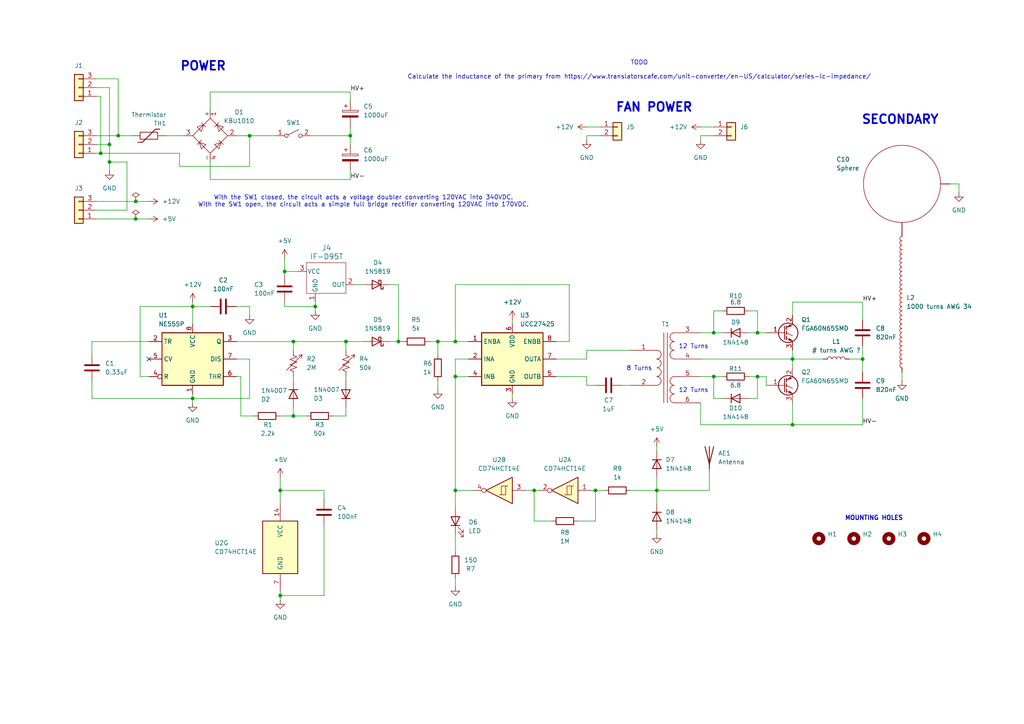
<source format=kicad_sch>
(kicad_sch (version 20231120) (generator "eeschema") (generator_version "8.0")
  (paper "A4")
  (title_block (title "Solid State Tesla Coil") (date "2024-06-13") (rev "0.1") (company "Newell Jensen"))
  (lib_symbols
    (symbol "74xx:74HC14" (pin_names (offset 1.016))
      (property "Reference" "U" (at 0 1.27 0))
      (property "Value" "74HC14" (at 0 -1.27 0))
      (symbol "74HC14_1_0"
        (pin input line (at -7.62 0 0) (length 3.81) (name "~") (number "1"))
        (pin output inverted (at 7.62 0 180) (length 3.81) (name "~") (number "2"))
      )
      (symbol "74HC14_2_0"
        (pin input line (at -7.62 0 0) (length 3.81) (name "~") (number "3"))
        (pin output inverted (at 7.62 0 180) (length 3.81) (name "~") (number "4"))
      )
      (symbol "74HC14_3_0"
        (pin input line (at -7.62 0 0) (length 3.81) (name "~") (number "5"))
        (pin output inverted (at 7.62 0 180) (length 3.81) (name "~") (number "6"))
      )
      (symbol "74HC14_4_0"
        (pin output inverted (at 7.62 0 180) (length 3.81) (name "~") (number "8"))
        (pin input line (at -7.62 0 0) (length 3.81) (name "~") (number "9"))
      )
      (symbol "74HC14_5_0"
        (pin output inverted (at 7.62 0 180) (length 3.81) (name "~") (number "10"))
        (pin input line (at -7.62 0 0) (length 3.81) (name "~") (number "11"))
      )
      (symbol "74HC14_6_0"
        (pin output inverted (at 7.62 0 180) (length 3.81) (name "~") (number "12"))
        (pin input line (at -7.62 0 0) (length 3.81) (name "~") (number "13"))
      )
      (symbol "74HC14_7_0"
        (pin power_in line (at 0 12.7 270) (length 5.08) (name "VCC") (number "14"))
        (pin power_in line (at 0 -12.7 90) (length 5.08) (name "GND") (number "7"))
      )
    )
    (symbol "C_1" (pin_numbers hide) (pin_names (offset 0.254))
      (property "Reference" "C10" (at 3.81 1.2701 0))
      (property "Value" "Sphere" (at 3.81 -1.2699 0))
      (symbol "C_1_1_1"
        (pin passive line (at 13.97 0 180) (length 2.794) (name "~") (number "1"))
        (pin passive line (at 0 -13.97 90) (length 2.794) (name "~") (number "2"))
      )
    )
    (symbol "Connector_Generic:Conn_01x02" (pin_names (offset 1.016) hide)
      (property "Reference" "J" (at 0 2.54 0))
      (property "Value" "Conn_01x02" (at 0 -5.08 0))
      (symbol "Conn_01x02_1_1"
        (pin passive line (at -5.08 0 0) (length 3.81) (name "Pin_1") (number "1"))
        (pin passive line (at -5.08 -2.54 0) (length 3.81) (name "Pin_2") (number "2"))
      )
    )
    (symbol "Connector_Generic:Conn_01x03" (pin_names (offset 1.016) hide)
      (property "Reference" "J" (at 0 5.08 0))
      (property "Value" "Conn_01x03" (at 0 -5.08 0))
      (symbol "Conn_01x03_1_1"
        (pin passive line (at -5.08 2.54 0) (length 3.81) (name "Pin_1") (number "1"))
        (pin passive line (at -5.08 0 0) (length 3.81) (name "Pin_2") (number "2"))
        (pin passive line (at -5.08 -2.54 0) (length 3.81) (name "Pin_3") (number "3"))
      )
    )
    (symbol "Device:Antenna" (pin_numbers hide) (pin_names (offset 1.016) hide)
      (property "Reference" "AE" (at -1.905 1.905 0))
      (property "Value" "Antenna" (at -1.905 0 0))
      (symbol "Antenna_1_1"
        (pin input line (at 0 -5.08 90) (length 2.54) (name "A") (number "1"))
      )
    )
    (symbol "Device:C" (pin_numbers hide) (pin_names (offset 0.254))
      (property "Reference" "C" (at 0.635 2.54 0))
      (property "Value" "C" (at 0.635 -2.54 0))
      (symbol "C_1_1"
        (pin passive line (at 0 3.81 270) (length 2.794) (name "~") (number "1"))
        (pin passive line (at 0 -3.81 90) (length 2.794) (name "~") (number "2"))
      )
    )
    (symbol "Device:C_Polarized" (pin_numbers hide) (pin_names (offset 0.254))
      (property "Reference" "C" (at 0.635 2.54 0))
      (property "Value" "C_Polarized" (at 0.635 -2.54 0))
      (symbol "C_Polarized_1_1"
        (pin passive line (at 0 3.81 270) (length 2.794) (name "~") (number "1"))
        (pin passive line (at 0 -3.81 90) (length 2.794) (name "~") (number "2"))
      )
    )
    (symbol "Device:L" (pin_numbers hide) (pin_names (offset 1.016) hide)
      (property "Reference" "L1" (at -1.27 -1.2701 0))
      (property "Value" "L" (at -1.27 1.2699 0))
      (symbol "L_1_1"
        (pin passive line (at 0 36.83 270) (length 1.27) (name "1") (number "1"))
        (pin passive line (at 0 -3.81 90) (length 1.27) (name "2") (number "2"))
      )
    )
    (symbol "Device:LED" (pin_numbers hide) (pin_names (offset 1.016) hide)
      (property "Reference" "D" (at 0 2.54 0))
      (property "Value" "LED" (at 0 -2.54 0))
      (symbol "LED_1_1"
        (pin passive line (at -3.81 0 0) (length 2.54) (name "K") (number "1"))
        (pin passive line (at 3.81 0 180) (length 2.54) (name "A") (number "2"))
      )
    )
    (symbol "Device:Q_NIGBT_GCE" (pin_names (offset 0) hide)
      (property "Reference" "Q" (at 5.08 1.27 0))
      (property "Value" "Q_NIGBT_GCE" (at 5.08 -1.27 0))
      (symbol "Q_NIGBT_GCE_1_1"
        (pin input line (at -5.08 0 0) (length 5.334) (name "G") (number "1"))
        (pin passive line (at 2.54 5.08 270) (length 2.54) (name "C") (number "2"))
        (pin passive line (at 2.54 -5.08 90) (length 2.54) (name "E") (number "3"))
      )
    )
    (symbol "Device:R" (pin_numbers hide) (pin_names (offset 0))
      (property "Reference" "R" (at 2.032 0 90))
      (property "Value" "R" (at 0 0 90))
      (symbol "R_1_1"
        (pin passive line (at 0 3.81 270) (length 1.27) (name "~") (number "1"))
        (pin passive line (at 0 -3.81 90) (length 1.27) (name "~") (number "2"))
      )
    )
    (symbol "Device:R_Variable_US" (pin_numbers hide) (pin_names (offset 0))
      (property "Reference" "R" (at 2.54 -2.54 90))
      (property "Value" "R_Variable_US" (at -2.54 -1.27 90))
      (symbol "R_Variable_US_1_1"
        (pin passive line (at 0 3.81 270) (length 1.27) (name "~") (number "1"))
        (pin passive line (at 0 -3.81 90) (length 1.27) (name "~") (number "2"))
      )
    )
    (symbol "Device:Thermistor" (pin_numbers hide) (pin_names (offset 0))
      (property "Reference" "TH" (at 2.54 1.27 90))
      (property "Value" "Thermistor" (at -2.54 0 90))
      (symbol "Thermistor_1_1"
        (pin passive line (at 0 5.08 270) (length 2.54) (name "~") (number "1"))
        (pin passive line (at 0 -5.08 90) (length 2.54) (name "~") (number "2"))
      )
    )
    (symbol "Device:Transformer_1P_2S" (pin_names (offset 1.016) hide)
      (property "Reference" "T" (at 0 12.7 0))
      (property "Value" "Transformer_1P_2S" (at 0 -12.7 0))
      (symbol "Transformer_1P_2S_1_1"
        (pin passive line (at -10.16 5.08 0) (length 7.62) (name "AA") (number "1"))
        (pin passive line (at -10.16 -5.08 0) (length 7.62) (name "AB") (number "2"))
        (pin passive line (at 10.16 10.16 180) (length 7.62) (name "SA") (number "3"))
        (pin passive line (at 10.16 2.54 180) (length 7.62) (name "SB") (number "4"))
        (pin passive line (at 10.16 -2.54 180) (length 7.62) (name "SC") (number "5"))
        (pin passive line (at 10.16 -10.16 180) (length 7.62) (name "SD") (number "6"))
      )
    )
    (symbol "Diode:1N4007" (pin_numbers hide) (pin_names hide)
      (property "Reference" "D" (at 0 2.54 0))
      (property "Value" "1N4007" (at 0 -2.54 0))
      (symbol "1N4007_1_1"
        (pin passive line (at -3.81 0 0) (length 2.54) (name "K") (number "1"))
        (pin passive line (at 3.81 0 180) (length 2.54) (name "A") (number "2"))
      )
    )
    (symbol "Diode:1N4148" (pin_numbers hide) (pin_names hide)
      (property "Reference" "D" (at 0 2.54 0))
      (property "Value" "1N4148" (at 0 -2.54 0))
      (symbol "1N4148_1_1"
        (pin passive line (at -3.81 0 0) (length 2.54) (name "K") (number "1"))
        (pin passive line (at 3.81 0 180) (length 2.54) (name "A") (number "2"))
      )
    )
    (symbol "Diode:1N5819" (pin_numbers hide) (pin_names (offset 1.016) hide)
      (property "Reference" "D" (at 0 2.54 0))
      (property "Value" "1N5819" (at 0 -2.54 0))
      (symbol "1N5819_1_1"
        (pin passive line (at -3.81 0 0) (length 2.54) (name "K") (number "1"))
        (pin passive line (at 3.81 0 180) (length 2.54) (name "A") (number "2"))
      )
    )
    (symbol "Diode_Bridge:KBU8M" (pin_names (offset 0))
      (property "Reference" "D" (at 2.54 6.985 0))
      (property "Value" "KBU8M" (at 2.54 5.08 0))
      (symbol "KBU8M_1_1"
        (pin passive line (at 7.62 0 180) (length 2.54) (name "+") (number "1"))
        (pin passive line (at 0 -7.62 90) (length 2.54) (name "~") (number "2"))
        (pin passive line (at 0 7.62 270) (length 2.54) (name "~") (number "3"))
        (pin passive line (at -7.62 0 0) (length 2.54) (name "-") (number "4"))
      )
    )
    (symbol "IF-D95T:IF-D95T" (pin_names (offset 0.254))
      (property "Reference" "J1" (at 22.352 9.398 0))
      (property "Value" "IF-D95T" (at 22.352 6.858 0))
      (symbol "IF-D95T_0_1"
        (pin power_out line (at 19.05 -6.35 90) (length 2.54) (name "GND") (number "1"))
        (pin output line (at 30.48 -1.27 180) (length 2.54) (name "OUT") (number "2"))
        (pin power_in line (at 13.97 2.54 0) (length 2.54) (name "VCC") (number "3"))
      )
    )
    (symbol "L_1" (pin_numbers hide) (pin_names (offset 1.016) hide)
      (property "Reference" "L" (at -1.27 0 90))
      (property "Value" "L" (at 1.905 0 90))
      (symbol "L_1_1_1"
        (pin passive line (at 0 3.81 270) (length 1.27) (name "1") (number "1"))
        (pin passive line (at 0 -3.81 90) (length 1.27) (name "2") (number "2"))
      )
    )
    (symbol "Mechanical:MountingHole" (pin_names (offset 1.016)) (exclude_from_sim yes) (in_bom no)
      (property "Reference" "H" (at 0 5.08 0))
      (property "Value" "MountingHole" (at 0 3.175 0))
    )
    (symbol "NE555P_1"
      (property "Reference" "U2" (at 2.1941 12.7 0))
      (property "Value" "UCC27425" (at 2.1941 10.16 0))
      (symbol "NE555P_1_1_0"
        (pin power_in line (at 0 -10.16 90) (length 2.54) (name "GND") (number "3"))
        (pin power_in line (at 0 10.16 270) (length 2.54) (name "VDD") (number "6"))
      )
      (symbol "NE555P_1_1_1"
        (pin input line (at -12.7 5.08 0) (length 3.81) (name "ENBA") (number "1"))
        (pin input line (at -12.7 0 0) (length 3.81) (name "INA") (number "2"))
        (pin input line (at -12.7 -5.08 0) (length 3.81) (name "INB") (number "4"))
        (pin input line (at 12.7 -5.08 180) (length 3.81) (name "OUTB") (number "5"))
        (pin input line (at 12.7 0 180) (length 3.81) (name "OUTA") (number "7"))
        (pin output line (at 12.7 5.08 180) (length 3.81) (name "ENBB") (number "8"))
      )
    )
    (symbol "Switch:SW_SPST" (pin_names (offset 0) hide)
      (property "Reference" "SW" (at 0 3.175 0))
      (property "Value" "SW_SPST" (at 0 -2.54 0))
      (symbol "SW_SPST_1_1"
        (pin passive line (at -5.08 0 0) (length 2.54) (name "A") (number "1"))
        (pin passive line (at 5.08 0 180) (length 2.54) (name "B") (number "2"))
      )
    )
    (symbol "Timer:NE555P"
      (property "Reference" "U" (at -10.16 8.89 0))
      (property "Value" "NE555P" (at 2.54 8.89 0))
      (symbol "NE555P_0_0"
        (pin power_in line (at 0 -10.16 90) (length 2.54) (name "GND") (number "1"))
        (pin power_in line (at 0 10.16 270) (length 2.54) (name "VCC") (number "8"))
      )
      (symbol "NE555P_1_1"
        (pin input line (at -12.7 5.08 0) (length 3.81) (name "TR") (number "2"))
        (pin output line (at 12.7 5.08 180) (length 3.81) (name "Q") (number "3"))
        (pin input inverted (at -12.7 -5.08 0) (length 3.81) (name "R") (number "4"))
        (pin input line (at -12.7 0 0) (length 3.81) (name "CV") (number "5"))
        (pin input line (at 12.7 -5.08 180) (length 3.81) (name "THR") (number "6"))
        (pin input line (at 12.7 0 180) (length 3.81) (name "DIS") (number "7"))
      )
    )
    (symbol "power:+12V" (power) (pin_numbers hide) (pin_names (offset 0) hide)
      (property "Value" "+12V" (at 0 3.556 0))
      (symbol "+12V_1_1"
        (pin power_in line (at 0 0 90) (length 0) (name "~") (number "1"))
      )
    )
    (symbol "power:+5V" (power) (pin_numbers hide) (pin_names (offset 0) hide)
      (property "Value" "+5V" (at 0 3.556 0))
      (symbol "+5V_1_1"
        (pin power_in line (at 0 0 90) (length 0) (name "~") (number "1"))
      )
    )
    (symbol "power:GND" (power) (pin_numbers hide) (pin_names (offset 0) hide)
      (property "Value" "GND" (at 0 -3.81 0))
      (symbol "GND_1_1"
        (pin power_in line (at 0 0 270) (length 0) (name "~") (number "1"))
      )
    )
    (symbol "power:PWR_FLAG" (power) (pin_numbers hide) (pin_names (offset 0) hide)
      (property "Value" "PWR_FLAG" (at 0 3.81 0))
      (symbol "PWR_FLAG_0_0"
        (pin power_out line (at 0 0 90) (length 0) (name "~") (number "1"))
      )
    )
  )
  (junction (at 34.29 39.37))
  (junction (at 219.71 96.52))
  (junction (at 219.71 109.22))
  (junction (at 29.21 44.45))
  (junction (at 39.37 58.42))
  (junction (at 229.87 104.14))
  (junction (at 207.01 96.52))
  (junction (at 91.44 88.9))
  (junction (at 85.09 120.65))
  (junction (at 85.09 99.06))
  (junction (at 115.57 99.06))
  (junction (at 31.75 41.91))
  (junction (at 132.08 99.06))
  (junction (at 172.72 142.24))
  (junction (at 81.28 142.24))
  (junction (at 81.28 172.72))
  (junction (at 101.6 39.37))
  (junction (at 72.39 39.37))
  (junction (at 82.55 78.74))
  (junction (at 31.75 46.99))
  (junction (at 132.08 142.24))
  (junction (at 55.88 115.57))
  (junction (at 190.5 142.24))
  (junction (at 132.08 109.22))
  (junction (at 127 99.06))
  (junction (at 100.33 99.06))
  (junction (at 39.37 63.5))
  (junction (at 229.87 123.19))
  (junction (at 250.19 104.14))
  (junction (at 207.01 109.22))
  (junction (at 55.88 88.9))
  (junction (at 154.94 142.24))
  (no_connect (at 43.18 104.14))
  (wire (pts (xy 229.87 87.63) (xy 229.87 91.44)))
  (wire (pts (xy 40.64 88.9) (xy 55.88 88.9)))
  (wire (pts (xy 39.37 63.5) (xy 43.18 63.5)))
  (wire (pts (xy 219.71 109.22) (xy 219.71 115.57)))
  (wire (pts (xy 26.67 115.57) (xy 55.88 115.57)))
  (wire (pts (xy 101.6 36.83) (xy 101.6 39.37)))
  (wire (pts (xy 68.58 99.06) (xy 85.09 99.06)))
  (wire (pts (xy 72.39 115.57) (xy 55.88 115.57)))
  (wire (pts (xy 203.2 116.84) (xy 203.2 123.19)))
  (wire (pts (xy 203.2 36.83) (xy 207.01 36.83)))
  (wire (pts (xy 127 102.87) (xy 127 99.06)))
  (wire (pts (xy 148.59 114.3) (xy 148.59 115.57)))
  (wire (pts (xy 55.88 87.63) (xy 55.88 88.9)))
  (wire (pts (xy 217.17 96.52) (xy 219.71 96.52)))
  (wire (pts (xy 222.25 109.22) (xy 219.71 109.22)))
  (wire (pts (xy 161.29 99.06) (xy 165.1 99.06)))
  (wire (pts (xy 52.07 48.26) (xy 72.39 48.26)))
  (wire (pts (xy 81.28 138.43) (xy 81.28 142.24)))
  (wire (pts (xy 113.03 82.55) (xy 115.57 82.55)))
  (wire (pts (xy 229.87 104.14) (xy 229.87 106.68)))
  (wire (pts (xy 85.09 120.65) (xy 88.9 120.65)))
  (wire (pts (xy 172.72 142.24) (xy 175.26 142.24)))
  (wire (pts (xy 93.98 142.24) (xy 81.28 142.24)))
  (wire (pts (xy 55.88 115.57) (xy 55.88 116.84)))
  (wire (pts (xy 82.55 74.93) (xy 82.55 78.74)))
  (wire (pts (xy 275.59 53.34) (xy 278.13 53.34)))
  (wire (pts (xy 91.44 88.9) (xy 91.44 90.17)))
  (wire (pts (xy 127 110.49) (xy 127 113.03)))
  (wire (pts (xy 100.33 101.6) (xy 100.33 99.06)))
  (wire (pts (xy 261.62 107.95) (xy 261.62 110.49)))
  (wire (pts (xy 93.98 144.78) (xy 93.98 142.24)))
  (wire (pts (xy 190.5 138.43) (xy 190.5 142.24)))
  (wire (pts (xy 229.87 101.6) (xy 229.87 104.14)))
  (wire (pts (xy 219.71 90.17) (xy 219.71 96.52)))
  (wire (pts (xy 209.55 90.17) (xy 207.01 90.17)))
  (wire (pts (xy 85.09 109.22) (xy 85.09 110.49)))
  (wire (pts (xy 85.09 99.06) (xy 85.09 101.6)))
  (wire (pts (xy 132.08 154.94) (xy 132.08 160.02)))
  (wire (pts (xy 27.94 25.4) (xy 31.75 25.4)))
  (wire (pts (xy 205.74 137.16) (xy 205.74 142.24)))
  (wire (pts (xy 26.67 99.06) (xy 26.67 102.87)))
  (wire (pts (xy 29.21 27.94) (xy 29.21 44.45)))
  (wire (pts (xy 152.4 142.24) (xy 154.94 142.24)))
  (wire (pts (xy 190.5 153.67) (xy 190.5 154.94)))
  (wire (pts (xy 27.94 22.86) (xy 34.29 22.86)))
  (wire (pts (xy 85.09 118.11) (xy 85.09 120.65)))
  (wire (pts (xy 100.33 99.06) (xy 85.09 99.06)))
  (wire (pts (xy 132.08 109.22) (xy 132.08 142.24)))
  (wire (pts (xy 182.88 142.24) (xy 190.5 142.24)))
  (wire (pts (xy 29.21 44.45) (xy 52.07 44.45)))
  (wire (pts (xy 27.94 41.91) (xy 31.75 41.91)))
  (wire (pts (xy 93.98 152.4) (xy 93.98 172.72)))
  (wire (pts (xy 170.18 36.83) (xy 173.99 36.83)))
  (wire (pts (xy 113.03 99.06) (xy 115.57 99.06)))
  (wire (pts (xy 27.94 58.42) (xy 39.37 58.42)))
  (wire (pts (xy 250.19 100.33) (xy 250.19 104.14)))
  (wire (pts (xy 203.2 39.37) (xy 207.01 39.37)))
  (wire (pts (xy 100.33 118.11) (xy 100.33 120.65)))
  (wire (pts (xy 246.38 104.14) (xy 250.19 104.14)))
  (wire (pts (xy 217.17 109.22) (xy 219.71 109.22)))
  (wire (pts (xy 55.88 114.3) (xy 55.88 115.57)))
  (wire (pts (xy 82.55 78.74) (xy 86.36 78.74)))
  (wire (pts (xy 209.55 109.22) (xy 207.01 109.22)))
  (wire (pts (xy 278.13 53.34) (xy 278.13 55.88)))
  (wire (pts (xy 31.75 41.91) (xy 31.75 46.99)))
  (wire (pts (xy 203.2 40.64) (xy 203.2 39.37)))
  (wire (pts (xy 115.57 82.55) (xy 115.57 99.06)))
  (wire (pts (xy 93.98 172.72) (xy 81.28 172.72)))
  (wire (pts (xy 81.28 173.99) (xy 81.28 172.72)))
  (wire (pts (xy 207.01 90.17) (xy 207.01 96.52)))
  (wire (pts (xy 72.39 88.9) (xy 72.39 91.44)))
  (wire (pts (xy 154.94 151.13) (xy 154.94 142.24)))
  (wire (pts (xy 160.02 151.13) (xy 154.94 151.13)))
  (wire (pts (xy 132.08 82.55) (xy 132.08 99.06)))
  (wire (pts (xy 165.1 82.55) (xy 132.08 82.55)))
  (wire (pts (xy 229.87 116.84) (xy 229.87 123.19)))
  (wire (pts (xy 27.94 60.96) (xy 36.83 60.96)))
  (wire (pts (xy 203.2 104.14) (xy 229.87 104.14)))
  (wire (pts (xy 68.58 39.37) (xy 72.39 39.37)))
  (wire (pts (xy 34.29 22.86) (xy 34.29 39.37)))
  (wire (pts (xy 124.46 99.06) (xy 127 99.06)))
  (wire (pts (xy 81.28 142.24) (xy 81.28 146.05)))
  (wire (pts (xy 60.96 52.07) (xy 60.96 46.99)))
  (wire (pts (xy 190.5 129.54) (xy 190.5 130.81)))
  (wire (pts (xy 207.01 96.52) (xy 209.55 96.52)))
  (wire (pts (xy 180.34 111.76) (xy 182.88 111.76)))
  (wire (pts (xy 101.6 39.37) (xy 90.17 39.37)))
  (wire (pts (xy 81.28 120.65) (xy 85.09 120.65)))
  (wire (pts (xy 48.26 39.37) (xy 53.34 39.37)))
  (wire (pts (xy 132.08 99.06) (xy 135.89 99.06)))
  (wire (pts (xy 100.33 109.22) (xy 100.33 110.49)))
  (wire (pts (xy 135.89 104.14) (xy 132.08 104.14)))
  (wire (pts (xy 102.87 82.55) (xy 105.41 82.55)))
  (wire (pts (xy 27.94 39.37) (xy 34.29 39.37)))
  (wire (pts (xy 40.64 109.22) (xy 40.64 88.9)))
  (wire (pts (xy 203.2 109.22) (xy 207.01 109.22)))
  (wire (pts (xy 115.57 99.06) (xy 116.84 99.06)))
  (wire (pts (xy 250.19 104.14) (xy 250.19 107.95)))
  (wire (pts (xy 250.19 123.19) (xy 229.87 123.19)))
  (wire (pts (xy 60.96 26.67) (xy 60.96 31.75)))
  (wire (pts (xy 69.85 120.65) (xy 73.66 120.65)))
  (wire (pts (xy 43.18 109.22) (xy 40.64 109.22)))
  (wire (pts (xy 207.01 109.22) (xy 207.01 115.57)))
  (wire (pts (xy 82.55 87.63) (xy 82.55 88.9)))
  (wire (pts (xy 217.17 115.57) (xy 219.71 115.57)))
  (wire (pts (xy 170.18 111.76) (xy 170.18 109.22)))
  (wire (pts (xy 101.6 26.67) (xy 60.96 26.67)))
  (wire (pts (xy 207.01 115.57) (xy 209.55 115.57)))
  (wire (pts (xy 132.08 167.64) (xy 132.08 170.18)))
  (wire (pts (xy 132.08 104.14) (xy 132.08 109.22)))
  (wire (pts (xy 219.71 96.52) (xy 222.25 96.52)))
  (wire (pts (xy 171.45 142.24) (xy 172.72 142.24)))
  (wire (pts (xy 132.08 142.24) (xy 132.08 147.32)))
  (wire (pts (xy 148.59 92.71) (xy 148.59 93.98)))
  (wire (pts (xy 100.33 99.06) (xy 105.41 99.06)))
  (wire (pts (xy 91.44 87.63) (xy 91.44 88.9)))
  (wire (pts (xy 81.28 171.45) (xy 81.28 172.72)))
  (wire (pts (xy 31.75 46.99) (xy 31.75 49.53)))
  (wire (pts (xy 27.94 63.5) (xy 39.37 63.5)))
  (wire (pts (xy 101.6 41.91) (xy 101.6 39.37)))
  (wire (pts (xy 229.87 87.63) (xy 250.19 87.63)))
  (wire (pts (xy 26.67 110.49) (xy 26.67 115.57)))
  (wire (pts (xy 82.55 88.9) (xy 91.44 88.9)))
  (wire (pts (xy 55.88 88.9) (xy 55.88 93.98)))
  (wire (pts (xy 72.39 104.14) (xy 72.39 115.57)))
  (wire (pts (xy 36.83 46.99) (xy 31.75 46.99)))
  (wire (pts (xy 217.17 90.17) (xy 219.71 90.17)))
  (wire (pts (xy 190.5 142.24) (xy 190.5 146.05)))
  (wire (pts (xy 27.94 27.94) (xy 29.21 27.94)))
  (wire (pts (xy 170.18 104.14) (xy 170.18 101.6)))
  (wire (pts (xy 135.89 109.22) (xy 132.08 109.22)))
  (wire (pts (xy 170.18 39.37) (xy 173.99 39.37)))
  (wire (pts (xy 250.19 92.71) (xy 250.19 87.63)))
  (wire (pts (xy 161.29 104.14) (xy 170.18 104.14)))
  (wire (pts (xy 222.25 111.76) (xy 222.25 109.22)))
  (wire (pts (xy 72.39 39.37) (xy 80.01 39.37)))
  (wire (pts (xy 68.58 109.22) (xy 69.85 109.22)))
  (wire (pts (xy 132.08 142.24) (xy 137.16 142.24)))
  (wire (pts (xy 250.19 115.57) (xy 250.19 123.19)))
  (wire (pts (xy 72.39 39.37) (xy 72.39 48.26)))
  (wire (pts (xy 170.18 101.6) (xy 182.88 101.6)))
  (wire (pts (xy 52.07 44.45) (xy 52.07 48.26)))
  (wire (pts (xy 165.1 82.55) (xy 165.1 99.06)))
  (wire (pts (xy 36.83 60.96) (xy 36.83 46.99)))
  (wire (pts (xy 55.88 88.9) (xy 60.96 88.9)))
  (wire (pts (xy 205.74 142.24) (xy 190.5 142.24)))
  (wire (pts (xy 170.18 111.76) (xy 172.72 111.76)))
  (wire (pts (xy 127 99.06) (xy 132.08 99.06)))
  (wire (pts (xy 154.94 142.24) (xy 156.21 142.24)))
  (wire (pts (xy 27.94 44.45) (xy 29.21 44.45)))
  (wire (pts (xy 96.52 120.65) (xy 100.33 120.65)))
  (wire (pts (xy 101.6 29.21) (xy 101.6 26.67)))
  (wire (pts (xy 34.29 39.37) (xy 38.1 39.37)))
  (wire (pts (xy 39.37 58.42) (xy 43.18 58.42)))
  (wire (pts (xy 31.75 25.4) (xy 31.75 41.91)))
  (wire (pts (xy 60.96 52.07) (xy 101.6 52.07)))
  (wire (pts (xy 167.64 151.13) (xy 172.72 151.13)))
  (wire (pts (xy 68.58 104.14) (xy 72.39 104.14)))
  (wire (pts (xy 203.2 123.19) (xy 229.87 123.19)))
  (wire (pts (xy 69.85 109.22) (xy 69.85 120.65)))
  (wire (pts (xy 170.18 40.64) (xy 170.18 39.37)))
  (wire (pts (xy 82.55 78.74) (xy 82.55 80.01)))
  (wire (pts (xy 68.58 88.9) (xy 72.39 88.9)))
  (wire (pts (xy 229.87 104.14) (xy 238.76 104.14)))
  (wire (pts (xy 172.72 151.13) (xy 172.72 142.24)))
  (wire (pts (xy 43.18 99.06) (xy 26.67 99.06)))
  (wire (pts (xy 203.2 96.52) (xy 207.01 96.52)))
  (wire (pts (xy 101.6 49.53) (xy 101.6 52.07)))
  (wire (pts (xy 170.18 109.22) (xy 161.29 109.22)))
  (text "With the SW1 closed, the circuit acts a voltage doubler converting 120VAC into 340VDC.\nWith the SW1 open, the circuit acts a simple full bridge rectifier converting 120VAC into 170VDC." (at 105.41 58.42 0) (effects (font (size 1.27 1.27))))
  (text "TODO\n\nCalculate the inductance of the primary from https://www.translatorscafe.com/unit-converter/en-US/calculator/series-lc-impedance/\n" (at 185.42 20.32 0) (effects (font (size 1.27 1.27))))
  (text "12 Turns" (at 201.168 113.284 0) (effects (font (size 1.27 1.27))))
  (text "POWER" (at 58.928 19.304 0) (effects (font (size 2.54 2.54) (thickness 0.508) (bold yes))))
  (text "MOUNTING HOLES" (at 253.492 150.368 0) (effects (font (size 1.27 1.27) (thickness 0.254) (bold yes))))
  (text "FAN POWER" (at 189.738 31.242 0) (effects (font (size 2.54 2.54) (thickness 0.508) (bold yes))))
  (text "12 Turns" (at 201.168 100.584 0) (effects (font (size 1.27 1.27))))
  (text "SECONDARY" (at 261.112 34.798 0) (effects (font (size 2.54 2.54) (thickness 0.508) (bold yes))))
  (text "8 Turns" (at 185.42 106.934 0) (effects (font (size 1.27 1.27))))
  (label "HV-" (at 101.6 52.07 0))
  (label "HV+" (at 101.6 26.67 0))
  (label "HV+" (at 250.19 87.63 0))
  (label "HV-" (at 250.19 123.19 0))
  (symbol (lib_id "Diode:1N4148") (at 213.36 115.57 0) (unit 1)
    (property "Reference" "D10" (at 213.36 118.364 0))
    (property "Value" "1N4148" (at 213.36 120.904 0))
    (property "Footprint" "Diode_THT:D_DO-35_SOD27_P7.62mm_Horizontal" (effects (hide yes)))
    (property "Datasheet" "https://assets.nexperia.com/documents/data-sheet/1N4148_1N4448.pdf" (effects (hide yes)))
    (property "Description" "100V 0.15A standard switching diode, DO-35" (effects (hide yes)))
    (property "Sim.Device" "D" (effects (hide yes)))
    (property "Sim.Pins" "1=K 2=A" (effects (hide yes)))
  )
  (symbol (lib_id "Device:R") (at 132.08 163.83 180) (unit 1)
    (property "Reference" "R7" (at 136.525 164.973 0))
    (property "Value" "150" (at 136.525 162.433 0))
    (property "Footprint" "Resistor_THT:R_Axial_DIN0614_L14.3mm_D5.7mm_P15.24mm_Horizontal" (effects (hide yes)))
    (property "Description" "Resistor" (effects (hide yes)))
  )
  (symbol (lib_name "L_1") (lib_id "Device:L") (at 242.57 104.14 90) (unit 1)
    (property "Reference" "L1" (at 242.57 99.06 90))
    (property "Value" "# turns AWG ?" (at 242.57 101.6 90))
    (property "Footprint" "Connector_Wire:SolderWire-2sqmm_1x02_P7.8mm_D2mm_OD3.9mm" (effects (hide yes)))
    (property "Description" "Inductor" (effects (hide yes)))
  )
  (symbol (lib_id "Device:C") (at 176.53 111.76 90) (unit 1)
    (property "Reference" "C7" (at 176.53 116.078 90))
    (property "Value" "1uF" (at 176.53 118.618 90))
    (property "Footprint" "Capacitor_THT:C_Rect_L7.0mm_W3.5mm_P5.00mm" (effects (hide yes)))
    (property "Description" "Unpolarized capacitor" (effects (hide yes)))
  )
  (symbol (lib_id "Device:Transformer_1P_2S") (at 193.04 106.68 0) (unit 1)
    (property "Reference" "T1" (at 193.04 93.98 0))
    (property "Value" "Transformer_1P_2S" (effects (hide yes)))
    (property "Footprint" "Transformer_THT:Transformer_NF_ETAL_P3324" (effects (hide yes)))
    (property "Description" "Transformer, single primary, dual secondary" (effects (hide yes)))
  )
  (symbol (lib_id "Mechanical:MountingHole") (at 237.49 156.21 0) (unit 1) (exclude_from_sim yes) (in_bom no)
    (property "Reference" "H1" (at 240.03 154.9399 0) (effects (justify left)))
    (property "Value" "MountingHole" (effects (hide yes)))
    (property "Footprint" "MountingHole:MountingHole_3.2mm_M3_ISO7380_Pad_TopBottom" (effects (hide yes)))
    (property "Description" "Mounting Hole without connection" (effects (hide yes)))
  )
  (symbol (lib_id "power:GND") (at 170.18 40.64 0) (unit 1)
    (property "Reference" "#PWR016" (effects (hide yes)))
    (property "Value" "GND" (at 170.18 45.72 0))
    (property "Description" "Power symbol creates a global label with name \"GND\" , ground" (effects (hide yes)))
  )
  (symbol (lib_id "Diode:1N4007") (at 100.33 114.3 90) (unit 1)
    (property "Reference" "D3" (at 90.932 115.57 90) (effects (justify right)))
    (property "Value" "1N4007" (at 90.932 113.03 90) (effects (justify right)))
    (property "Footprint" "Diode_THT:D_DO-41_SOD81_P10.16mm_Horizontal" (effects (hide yes)))
    (property "Datasheet" "http://www.vishay.com/docs/88503/1n4001.pdf" (effects (hide yes)))
    (property "Description" "1000V 1A General Purpose Rectifier Diode, DO-41" (effects (hide yes)))
    (property "Sim.Device" "D" (effects (hide yes)))
    (property "Sim.Pins" "1=K 2=A" (effects (hide yes)))
  )
  (symbol (lib_id "Device:R") (at 179.07 142.24 90) (unit 1)
    (property "Reference" "R9" (at 179.07 135.89 90))
    (property "Value" "1k" (at 179.07 138.43 90))
    (property "Footprint" "Resistor_THT:R_Axial_DIN0614_L14.3mm_D5.7mm_P15.24mm_Horizontal" (effects (hide yes)))
    (property "Description" "Resistor" (effects (hide yes)))
  )
  (symbol (lib_id "Diode:1N4148") (at 190.5 149.86 270) (unit 1)
    (property "Reference" "D8" (at 193.04 148.5899 90) (effects (justify left)))
    (property "Value" "1N4148" (at 193.04 151.1299 90) (effects (justify left)))
    (property "Footprint" "Diode_THT:D_DO-35_SOD27_P7.62mm_Horizontal" (effects (hide yes)))
    (property "Datasheet" "https://assets.nexperia.com/documents/data-sheet/1N4148_1N4448.pdf" (effects (hide yes)))
    (property "Description" "100V 0.15A standard switching diode, DO-35" (effects (hide yes)))
    (property "Sim.Device" "D" (effects (hide yes)))
    (property "Sim.Pins" "1=K 2=A" (effects (hide yes)))
  )
  (symbol (lib_id "Device:R") (at 213.36 109.22 90) (unit 1)
    (property "Reference" "R11" (at 213.36 106.934 90))
    (property "Value" "6.8" (at 213.36 111.76 90))
    (property "Footprint" "Resistor_THT:R_Axial_DIN0614_L14.3mm_D5.7mm_P15.24mm_Horizontal" (effects (hide yes)))
    (property "Description" "Resistor" (effects (hide yes)))
  )
  (symbol (lib_id "IF-D95T:IF-D95T") (at 72.39 81.28 0) (unit 1)
    (property "Reference" "J4" (at 94.742 71.882 0) (effects (font (size 1.524 1.524))))
    (property "Value" "IF-D95T" (at 94.742 74.422 0) (effects (font (size 1.524 1.524))))
    (property "Footprint" "IF-D95T:IF-D95T_IFB" (effects (hide yes)))
    (property "Datasheet" "IF-D95T" (effects (hide yes)))
  )
  (symbol (lib_id "74xx:74HC14") (at 163.83 142.24 180) (unit 1)
    (property "Reference" "U2" (at 163.83 133.35 0))
    (property "Value" "CD74HCT14E" (at 163.83 135.89 0))
    (property "Footprint" "Package_DIP:DIP-14_W7.62mm" (effects (hide yes)))
    (property "Datasheet" "https://www.ti.com/lit/ds/symlink/cd74hct14.pdf" (effects (hide yes)))
    (property "Description" "Hex inverter schmitt trigger" (effects (hide yes)))
  )
  (symbol (lib_id "power:GND") (at 203.2 40.64 0) (unit 1)
    (property "Reference" "#PWR020" (effects (hide yes)))
    (property "Value" "GND" (at 203.2 45.72 0))
    (property "Description" "Power symbol creates a global label with name \"GND\" , ground" (effects (hide yes)))
  )
  (symbol (lib_id "power:+12V") (at 55.88 87.63 0) (unit 1)
    (property "Reference" "#PWR04" (effects (hide yes)))
    (property "Value" "+12V" (at 55.88 82.55 0))
    (property "Description" "Power symbol creates a global label with name \"+12V\"" (effects (hide yes)))
  )
  (symbol (lib_id "Device:R") (at 127 106.68 180) (unit 1)
    (property "Reference" "R6" (at 122.682 105.41 0) (effects (justify right)))
    (property "Value" "1k" (at 122.682 107.95 0) (effects (justify right)))
    (property "Footprint" "Resistor_THT:R_Axial_DIN0614_L14.3mm_D5.7mm_P15.24mm_Horizontal" (effects (hide yes)))
    (property "Description" "Resistor" (effects (hide yes)))
  )
  (symbol (lib_id "Diode:1N4007") (at 85.09 114.3 270) (unit 1)
    (property "Reference" "D2" (at 75.692 115.824 90) (effects (justify left)))
    (property "Value" "1N4007" (at 75.692 113.284 90) (effects (justify left)))
    (property "Footprint" "Diode_THT:D_DO-41_SOD81_P10.16mm_Horizontal" (effects (hide yes)))
    (property "Datasheet" "http://www.vishay.com/docs/88503/1n4001.pdf" (effects (hide yes)))
    (property "Description" "1000V 1A General Purpose Rectifier Diode, DO-41" (effects (hide yes)))
    (property "Sim.Device" "D" (effects (hide yes)))
    (property "Sim.Pins" "1=K 2=A" (effects (hide yes)))
  )
  (symbol (lib_id "power:+5V") (at 81.28 138.43 0) (unit 1)
    (property "Reference" "#PWR07" (effects (hide yes)))
    (property "Value" "+5V" (at 81.28 133.35 0))
    (property "Description" "Power symbol creates a global label with name \"+5V\"" (effects (hide yes)))
  )
  (symbol (lib_id "74xx:74HC14") (at 81.28 158.75 0) (unit 7)
    (property "Reference" "U2" (at 62.23 157.48 0) (effects (justify left)))
    (property "Value" "CD74HCT14E" (at 62.23 160.02 0) (effects (justify left)))
    (property "Footprint" "Package_DIP:DIP-14_W7.62mm" (effects (hide yes)))
    (property "Datasheet" "https://www.ti.com/lit/ds/symlink/cd74hct14.pdf" (effects (hide yes)))
    (property "Description" "Hex inverter schmitt trigger" (effects (hide yes)))
  )
  (symbol (lib_id "power:PWR_FLAG") (at 39.37 63.5 0) (unit 1)
    (property "Reference" "#FLG02" (effects (hide yes)))
    (property "Value" "PWR_FLAG" (effects (hide yes)))
    (property "Description" "Special symbol for telling ERC where power comes from" (effects (hide yes)))
  )
  (symbol (lib_id "Diode:1N4148") (at 190.5 134.62 270) (unit 1)
    (property "Reference" "D7" (at 193.04 133.3499 90) (effects (justify left)))
    (property "Value" "1N4148" (at 193.04 135.8899 90) (effects (justify left)))
    (property "Footprint" "Diode_THT:D_DO-35_SOD27_P7.62mm_Horizontal" (effects (hide yes)))
    (property "Datasheet" "https://assets.nexperia.com/documents/data-sheet/1N4148_1N4448.pdf" (effects (hide yes)))
    (property "Description" "100V 0.15A standard switching diode, DO-35" (effects (hide yes)))
    (property "Sim.Device" "D" (effects (hide yes)))
    (property "Sim.Pins" "1=K 2=A" (effects (hide yes)))
  )
  (symbol (lib_id "power:GND") (at 91.44 90.17 0) (unit 1)
    (property "Reference" "#PWR010" (effects (hide yes)))
    (property "Value" "GND" (at 91.44 95.25 0))
    (property "Description" "Power symbol creates a global label with name \"GND\" , ground" (effects (hide yes)))
  )
  (symbol (lib_id "Device:Q_NIGBT_GCE") (at 227.33 111.76 0) (unit 1)
    (property "Reference" "Q2" (at 232.41 107.95 0) (effects (justify left)))
    (property "Value" "FGA60N65SMD" (at 232.41 110.49 0) (effects (justify left)))
    (property "Footprint" "Package_TO_SOT_THT:TO-3P-3_Vertical" (effects (hide yes)))
    (property "Datasheet" "https://www.mouser.com/datasheet/2/308/1/FGA60N65SMD_D-2313585.pdf" (effects (hide yes)))
    (property "Description" "N-IGBT transistor, gate/collector/emitter" (effects (hide yes)))
  )
  (symbol (lib_id "Device:C") (at 250.19 111.76 0) (unit 1)
    (property "Reference" "C9" (at 254 110.4899 0) (effects (justify left)))
    (property "Value" "820nF" (at 254 113.0299 0) (effects (justify left)))
    (property "Footprint" "Capacitor_THT:C_Rect_L18.0mm_W11.0mm_P15.00mm_FKS3_FKP3" (effects (hide yes)))
    (property "Description" "Unpolarized capacitor" (effects (hide yes)))
  )
  (symbol (lib_id "Diode_Bridge:KBU8M") (at 60.96 39.37 90) (unit 1)
    (property "Reference" "D1" (at 69.342 32.512 90))
    (property "Value" "KBU1010" (at 69.342 35.052 90))
    (property "Footprint" "Diode_THT:Diode_Bridge_Vishay_KBU" (effects (hide yes)))
    (property "Datasheet" "http://www.vishay.com/docs/88656/kbu8.pdf" (effects (hide yes)))
    (property "Description" "Single-Phase Bridge Rectifier, 1000V Vrms, 10.0A If, KBU package" (effects (hide yes)))
  )
  (symbol (lib_id "74xx:74HC14") (at 144.78 142.24 180) (unit 2)
    (property "Reference" "U2" (at 144.78 133.35 0))
    (property "Value" "CD74HCT14E" (at 144.78 135.89 0))
    (property "Footprint" "Package_DIP:DIP-14_W7.62mm" (effects (hide yes)))
    (property "Datasheet" "https://www.ti.com/lit/ds/symlink/cd74hct14.pdf" (effects (hide yes)))
    (property "Description" "Hex inverter schmitt trigger" (effects (hide yes)))
  )
  (symbol (lib_id "power:+12V") (at 148.59 92.71 0) (unit 1)
    (property "Reference" "#PWR013" (effects (hide yes)))
    (property "Value" "+12V" (at 148.59 87.63 0))
    (property "Description" "Power symbol creates a global label with name \"+12V\"" (effects (hide yes)))
  )
  (symbol (lib_id "power:+12V") (at 170.18 36.83 90) (unit 1)
    (property "Reference" "#PWR015" (effects (hide yes)))
    (property "Value" "+12V" (at 166.37 36.8299 90) (effects (justify left)))
    (property "Description" "Power symbol creates a global label with name \"+12V\"" (effects (hide yes)))
  )
  (symbol (lib_id "Diode:1N4148") (at 213.36 96.52 0) (unit 1)
    (property "Reference" "D9" (at 213.36 93.472 0))
    (property "Value" "1N4148" (at 213.36 99.314 0))
    (property "Footprint" "Diode_THT:D_DO-35_SOD27_P7.62mm_Horizontal" (effects (hide yes)))
    (property "Datasheet" "https://assets.nexperia.com/documents/data-sheet/1N4148_1N4448.pdf" (effects (hide yes)))
    (property "Description" "100V 0.15A standard switching diode, DO-35" (effects (hide yes)))
    (property "Sim.Device" "D" (effects (hide yes)))
    (property "Sim.Pins" "1=K 2=A" (effects (hide yes)))
  )
  (symbol (lib_id "Connector_Generic:Conn_01x03") (at 22.86 60.96 180) (unit 1)
    (property "Reference" "J3" (at 22.86 54.61 0))
    (property "Value" "Conn_01x03" (effects (hide yes)))
    (property "Footprint" "Connector_Wire:SolderWire-1sqmm_1x03_P7.8mm_D1.4mm_OD3.9mm" (effects (hide yes)))
    (property "Description" "Generic connector, single row, 01x03, script generated (kicad-library-utils/schlib/autogen/connector/)" (effects (hide yes)))
  )
  (symbol (lib_id "Device:R_Variable_US") (at 85.09 105.41 0) (unit 1)
    (property "Reference" "R2" (at 88.9 104.1018 0) (effects (justify left)))
    (property "Value" "2M" (at 88.9 106.6418 0) (effects (justify left)))
    (property "Footprint" "Resistor_THT:R_Axial_DIN0614_L14.3mm_D5.7mm_P15.24mm_Horizontal" (effects (hide yes)))
    (property "Description" "Variable resistor, US symbol" (effects (hide yes)))
  )
  (symbol (lib_id "Device:R_Variable_US") (at 100.33 105.41 0) (unit 1)
    (property "Reference" "R4" (at 104.14 104.1018 0) (effects (justify left)))
    (property "Value" "50k" (at 104.14 106.6418 0) (effects (justify left)))
    (property "Footprint" "Resistor_THT:R_Axial_DIN0614_L14.3mm_D5.7mm_P15.24mm_Horizontal" (effects (hide yes)))
    (property "Description" "Variable resistor, US symbol" (effects (hide yes)))
  )
  (symbol (lib_id "Connector_Generic:Conn_01x02") (at 179.07 36.83 0) (unit 1)
    (property "Reference" "J5" (at 181.61 36.8299 0) (effects (justify left)))
    (property "Value" "Conn_01x02" (effects (hide yes)))
    (property "Footprint" "Connector_JST:JST_XH_B2B-XH-A_1x02_P2.50mm_Vertical" (effects (hide yes)))
    (property "Description" "Generic connector, single row, 01x02, script generated (kicad-library-utils/schlib/autogen/connector/)" (effects (hide yes)))
  )
  (symbol (lib_id "power:+5V") (at 190.5 129.54 0) (unit 1)
    (property "Reference" "#PWR017" (effects (hide yes)))
    (property "Value" "+5V" (at 190.5 124.46 0))
    (property "Description" "Power symbol creates a global label with name \"+5V\"" (effects (hide yes)))
  )
  (symbol (lib_id "power:GND") (at 148.59 115.57 0) (unit 1)
    (property "Reference" "#PWR014" (effects (hide yes)))
    (property "Value" "GND" (at 148.59 120.65 0))
    (property "Description" "Power symbol creates a global label with name \"GND\" , ground" (effects (hide yes)))
  )
  (symbol (lib_id "Mechanical:MountingHole") (at 267.97 156.21 0) (unit 1) (exclude_from_sim yes) (in_bom no)
    (property "Reference" "H4" (at 270.51 154.9399 0) (effects (justify left)))
    (property "Value" "MountingHole" (effects (hide yes)))
    (property "Footprint" "MountingHole:MountingHole_3.2mm_M3_ISO7380_Pad_TopBottom" (effects (hide yes)))
    (property "Description" "Mounting Hole without connection" (effects (hide yes)))
  )
  (symbol (lib_id "Device:R") (at 163.83 151.13 90) (unit 1)
    (property "Reference" "R8" (at 163.83 154.432 90))
    (property "Value" "1M" (at 163.83 156.972 90))
    (property "Footprint" "Resistor_THT:R_Axial_DIN0614_L14.3mm_D5.7mm_P15.24mm_Horizontal" (effects (hide yes)))
    (property "Description" "Resistor" (effects (hide yes)))
  )
  (symbol (lib_id "Device:LED") (at 132.08 151.13 90) (unit 1)
    (property "Reference" "D6" (at 135.89 151.4474 90) (effects (justify right)))
    (property "Value" "LED" (at 135.89 153.9874 90) (effects (justify right)))
    (property "Footprint" "Diode_THT:D_DO-35_SOD27_P7.62mm_Horizontal" (effects (hide yes)))
    (property "Description" "Light emitting diode" (effects (hide yes)))
  )
  (symbol (lib_id "Device:C") (at 26.67 106.68 0) (unit 1)
    (property "Reference" "C1" (at 30.48 105.4099 0) (effects (justify left)))
    (property "Value" "0.33uF" (at 30.48 107.9499 0) (effects (justify left)))
    (property "Footprint" "Capacitor_THT:C_Rect_L7.0mm_W3.5mm_P5.00mm" (effects (hide yes)))
    (property "Description" "Unpolarized capacitor" (effects (hide yes)))
  )
  (symbol (lib_id "Device:C") (at 82.55 83.82 0) (unit 1)
    (property "Reference" "C3" (at 73.66 82.55 0) (effects (justify left)))
    (property "Value" "100nF" (at 73.66 85.09 0) (effects (justify left)))
    (property "Footprint" "Capacitor_THT:C_Rect_L7.0mm_W3.5mm_P5.00mm" (effects (hide yes)))
    (property "Description" "Unpolarized capacitor" (effects (hide yes)))
  )
  (symbol (lib_name "NE555P_1") (lib_id "Timer:NE555P") (at 148.59 104.14 0) (unit 1)
    (property "Reference" "U3" (at 150.7841 91.44 0) (effects (justify left)))
    (property "Value" "UCC27425" (at 150.7841 93.98 0) (effects (justify left)))
    (property "Footprint" "Package_DIP:DIP-8_W7.62mm" (effects (hide yes)))
    (property "Datasheet" "https://www.ti.com/lit/ds/symlink/ucc27423.pdf" (effects (hide yes)))
    (property "Description" "Dual 4-A High Speed Low-Side MOSFET Drivers With Enable,  PDIP-8" (effects (hide yes)))
  )
  (symbol (lib_id "Device:Antenna") (at 205.74 132.08 0) (unit 1)
    (property "Reference" "AE1" (at 208.28 131.4449 0) (effects (justify left)))
    (property "Value" "Antenna" (at 208.28 133.9849 0) (effects (justify left)))
    (property "Footprint" "Connector_Wire:SolderWire-1sqmm_1x01_D1.4mm_OD3.9mm" (effects (hide yes)))
    (property "Description" "Antenna" (effects (hide yes)))
  )
  (symbol (lib_id "Connector_Generic:Conn_01x02") (at 212.09 36.83 0) (unit 1)
    (property "Reference" "J6" (at 214.63 36.8299 0) (effects (justify left)))
    (property "Value" "Conn_01x02" (effects (hide yes)))
    (property "Footprint" "Connector_JST:JST_XH_B2B-XH-A_1x02_P2.50mm_Vertical" (effects (hide yes)))
    (property "Description" "Generic connector, single row, 01x02, script generated (kicad-library-utils/schlib/autogen/connector/)" (effects (hide yes)))
  )
  (symbol (lib_id "Device:C_Polarized") (at 101.6 45.72 0) (unit 1)
    (property "Reference" "C6" (at 105.41 43.5609 0) (effects (justify left)))
    (property "Value" "1000uF" (at 105.41 46.1009 0) (effects (justify left)))
    (property "Footprint" "Capacitor_THT:CP_Radial_D30.0mm_P10.00mm_SnapIn" (effects (hide yes)))
    (property "Description" "Polarized capacitor" (effects (hide yes)))
  )
  (symbol (lib_id "Device:L") (at 261.62 71.12 180) (unit 1) (on_board no)
    (property "Reference" "L2" (at 262.89 86.3599 0) (effects (justify right)))
    (property "Value" "1000 turns AWG 34" (at 262.89 88.8999 0) (effects (justify right)))
    (property "Description" "Inductor" (effects (hide yes)))
  )
  (symbol (lib_id "Device:R") (at 77.47 120.65 90) (unit 1)
    (property "Reference" "R1" (at 77.724 123.19 90))
    (property "Value" "2.2k" (at 77.724 125.73 90))
    (property "Footprint" "Resistor_THT:R_Axial_DIN0614_L14.3mm_D5.7mm_P15.24mm_Horizontal" (effects (hide yes)))
    (property "Description" "Resistor" (effects (hide yes)))
  )
  (symbol (lib_id "power:GND") (at 261.62 110.49 0) (unit 1)
    (property "Reference" "#PWR021" (effects (hide yes)))
    (property "Value" "GND" (at 261.62 115.57 0))
    (property "Description" "Power symbol creates a global label with name \"GND\" , ground" (effects (hide yes)))
  )
  (symbol (lib_id "Device:R") (at 120.65 99.06 90) (unit 1)
    (property "Reference" "R5" (at 120.65 92.71 90))
    (property "Value" "5k" (at 120.65 95.25 90))
    (property "Footprint" "Resistor_THT:R_Axial_DIN0614_L14.3mm_D5.7mm_P15.24mm_Horizontal" (effects (hide yes)))
    (property "Description" "Resistor" (effects (hide yes)))
  )
  (symbol (lib_id "Device:C") (at 64.77 88.9 90) (unit 1)
    (property "Reference" "C2" (at 64.77 81.28 90))
    (property "Value" "100nF" (at 64.77 83.82 90))
    (property "Footprint" "Capacitor_THT:C_Rect_L7.0mm_W3.5mm_P5.00mm" (effects (hide yes)))
    (property "Description" "Unpolarized capacitor" (effects (hide yes)))
  )
  (symbol (lib_id "power:GND") (at 132.08 170.18 0) (unit 1)
    (property "Reference" "#PWR012" (effects (hide yes)))
    (property "Value" "GND" (at 132.08 175.26 0))
    (property "Description" "Power symbol creates a global label with name \"GND\" , ground" (effects (hide yes)))
  )
  (symbol (lib_id "Connector_Generic:Conn_01x03") (at 22.86 41.91 180) (unit 1)
    (property "Reference" "J2" (at 22.86 35.56 0))
    (property "Value" "Conn_01x03" (effects (hide yes)))
    (property "Footprint" "Connector_Wire:SolderWire-1sqmm_1x03_P7.8mm_D1.4mm_OD3.9mm" (effects (hide yes)))
    (property "Description" "Generic connector, single row, 01x03, script generated (kicad-library-utils/schlib/autogen/connector/)" (effects (hide yes)))
  )
  (symbol (lib_id "power:+5V") (at 43.18 63.5 270) (unit 1)
    (property "Reference" "#PWR03" (effects (hide yes)))
    (property "Value" "+5V" (at 46.99 63.4999 90) (effects (justify left)))
    (property "Description" "Power symbol creates a global label with name \"+5V\"" (effects (hide yes)))
  )
  (symbol (lib_id "power:GND") (at 55.88 116.84 0) (unit 1)
    (property "Reference" "#PWR05" (effects (hide yes)))
    (property "Value" "GND" (at 55.88 121.92 0))
    (property "Description" "Power symbol creates a global label with name \"GND\" , ground" (effects (hide yes)))
  )
  (symbol (lib_id "Timer:NE555P") (at 55.88 104.14 0) (unit 1)
    (property "Reference" "U1" (at 45.974 91.44 0) (effects (justify left)))
    (property "Value" "NE555P" (at 45.974 93.98 0) (effects (justify left)))
    (property "Footprint" "Package_DIP:DIP-8_W7.62mm" (effects (hide yes)))
    (property "Datasheet" "http://www.ti.com/lit/ds/symlink/ne555.pdf" (effects (hide yes)))
    (property "Description" "Precision Timers, 555 compatible,  PDIP-8" (effects (hide yes)))
  )
  (symbol (lib_id "Device:C") (at 93.98 148.59 0) (unit 1)
    (property "Reference" "C4" (at 97.79 147.3199 0) (effects (justify left)))
    (property "Value" "100nF" (at 97.79 149.8599 0) (effects (justify left)))
    (property "Footprint" "Capacitor_THT:C_Rect_L7.0mm_W3.5mm_P5.00mm" (effects (hide yes)))
    (property "Description" "Unpolarized capacitor" (effects (hide yes)))
  )
  (symbol (lib_id "Device:R") (at 213.36 90.17 90) (unit 1)
    (property "Reference" "R10" (at 213.36 85.852 90))
    (property "Value" "6.8" (at 213.36 87.63 90))
    (property "Footprint" "Resistor_THT:R_Axial_DIN0614_L14.3mm_D5.7mm_P15.24mm_Horizontal" (effects (hide yes)))
    (property "Description" "Resistor" (effects (hide yes)))
  )
  (symbol (lib_id "Device:R") (at 92.71 120.65 90) (unit 1)
    (property "Reference" "R3" (at 92.71 123.19 90))
    (property "Value" "50k" (at 92.71 125.73 90))
    (property "Footprint" "Resistor_THT:R_Axial_DIN0614_L14.3mm_D5.7mm_P15.24mm_Horizontal" (effects (hide yes)))
    (property "Description" "Resistor" (effects (hide yes)))
  )
  (symbol (lib_id "Device:C_Polarized") (at 101.6 33.02 0) (unit 1)
    (property "Reference" "C5" (at 105.41 30.8609 0) (effects (justify left)))
    (property "Value" "1000uF" (at 105.41 33.4009 0) (effects (justify left)))
    (property "Footprint" "Capacitor_THT:CP_Radial_D30.0mm_P10.00mm_SnapIn" (effects (hide yes)))
    (property "Description" "Polarized capacitor" (effects (hide yes)))
  )
  (symbol (lib_id "Connector_Generic:Conn_01x03") (at 22.86 25.4 180) (unit 1)
    (property "Reference" "J1" (at 22.86 19.05 0))
    (property "Value" "Conn_01x03" (effects (hide yes)))
    (property "Footprint" "Connector_Wire:SolderWire-1sqmm_1x03_P7.8mm_D1.4mm_OD3.9mm" (effects (hide yes)))
    (property "Description" "Generic connector, single row, 01x03, script generated (kicad-library-utils/schlib/autogen/connector/)" (effects (hide yes)))
  )
  (symbol (lib_id "Device:C") (at 250.19 96.52 0) (unit 1)
    (property "Reference" "C8" (at 254 95.2499 0) (effects (justify left)))
    (property "Value" "820nF" (at 254 97.7899 0) (effects (justify left)))
    (property "Footprint" "Capacitor_THT:C_Rect_L18.0mm_W11.0mm_P15.00mm_FKS3_FKP3" (effects (hide yes)))
    (property "Description" "Unpolarized capacitor" (effects (hide yes)))
  )
  (symbol (lib_id "Device:Q_NIGBT_GCE") (at 227.33 96.52 0) (unit 1)
    (property "Reference" "Q1" (at 232.41 92.71 0) (effects (justify left)))
    (property "Value" "FGA60N65SMD" (at 232.41 95.25 0) (effects (justify left)))
    (property "Footprint" "Package_TO_SOT_THT:TO-3P-3_Vertical" (effects (hide yes)))
    (property "Datasheet" "https://www.mouser.com/datasheet/2/308/1/FGA60N65SMD_D-2313585.pdf" (effects (hide yes)))
    (property "Description" "N-IGBT transistor, gate/collector/emitter" (effects (hide yes)))
  )
  (symbol (lib_id "Diode:1N5819") (at 109.22 99.06 180) (unit 1)
    (property "Reference" "D5" (at 109.5375 92.71 0))
    (property "Value" "1N5819" (at 109.5375 95.25 0))
    (property "Footprint" "Diode_THT:D_DO-41_SOD81_P10.16mm_Horizontal" (effects (hide yes)))
    (property "Datasheet" "http://www.vishay.com/docs/88525/1n5817.pdf" (effects (hide yes)))
    (property "Description" "40V 1A Schottky Barrier Rectifier Diode, DO-41" (effects (hide yes)))
    (property "Manufacturer_Part_Number" "1N5819-TP" (effects (hide yes)))
  )
  (symbol (lib_id "Mechanical:MountingHole") (at 257.81 156.21 0) (unit 1) (exclude_from_sim yes) (in_bom no)
    (property "Reference" "H3" (at 260.35 154.9399 0) (effects (justify left)))
    (property "Value" "MountingHole" (effects (hide yes)))
    (property "Footprint" "MountingHole:MountingHole_3.2mm_M3_ISO7380_Pad_TopBottom" (effects (hide yes)))
    (property "Description" "Mounting Hole without connection" (effects (hide yes)))
  )
  (symbol (lib_id "Switch:SW_SPST") (at 85.09 39.37 0) (unit 1)
    (property "Reference" "SW1" (at 85.09 35.56 0))
    (property "Value" "SW_SPST" (effects (hide yes)))
    (property "Footprint" "Connector_Wire:SolderWire-0.75sqmm_1x02_P4.8mm_D1.25mm_OD2.3mm" (effects (hide yes)))
    (property "Description" "Single Pole Single Throw (SPST) switch" (effects (hide yes)))
  )
  (symbol (lib_id "power:GND") (at 31.75 49.53 0) (unit 1)
    (property "Reference" "#PWR01" (effects (hide yes)))
    (property "Value" "GND" (at 31.75 54.61 0))
    (property "Description" "Power symbol creates a global label with name \"GND\" , ground" (effects (hide yes)))
  )
  (symbol (lib_id "power:GND") (at 81.28 173.99 0) (unit 1)
    (property "Reference" "#PWR08" (effects (hide yes)))
    (property "Value" "GND" (at 81.28 179.07 0))
    (property "Description" "Power symbol creates a global label with name \"GND\" , ground" (effects (hide yes)))
  )
  (symbol (lib_id "Diode:1N5819") (at 109.22 82.55 180) (unit 1)
    (property "Reference" "D4" (at 109.5375 76.2 0))
    (property "Value" "1N5819" (at 109.5375 78.74 0))
    (property "Footprint" "Diode_THT:D_DO-41_SOD81_P10.16mm_Horizontal" (effects (hide yes)))
    (property "Datasheet" "http://www.vishay.com/docs/88525/1n5817.pdf" (effects (hide yes)))
    (property "Description" "40V 1A Schottky Barrier Rectifier Diode, DO-41" (effects (hide yes)))
    (property "Manufacturer_Part_Number" "1N5819-TP" (effects (hide yes)))
  )
  (symbol (lib_id "power:+12V") (at 203.2 36.83 90) (unit 1)
    (property "Reference" "#PWR019" (effects (hide yes)))
    (property "Value" "+12V" (at 199.39 36.8299 90) (effects (justify left)))
    (property "Description" "Power symbol creates a global label with name \"+12V\"" (effects (hide yes)))
  )
  (symbol (lib_id "power:PWR_FLAG") (at 39.37 58.42 0) (unit 1)
    (property "Reference" "#FLG01" (effects (hide yes)))
    (property "Value" "PWR_FLAG" (effects (hide yes)))
    (property "Description" "Special symbol for telling ERC where power comes from" (effects (hide yes)))
  )
  (symbol (lib_id "power:+12V") (at 43.18 58.42 270) (unit 1)
    (property "Reference" "#PWR02" (effects (hide yes)))
    (property "Value" "+12V" (at 46.99 58.4199 90) (effects (justify left)))
    (property "Description" "Power symbol creates a global label with name \"+12V\"" (effects (hide yes)))
  )
  (symbol (lib_id "power:GND") (at 72.39 91.44 0) (unit 1)
    (property "Reference" "#PWR06" (effects (hide yes)))
    (property "Value" "GND" (at 72.39 96.52 0))
    (property "Description" "Power symbol creates a global label with name \"GND\" , ground" (effects (hide yes)))
  )
  (symbol (lib_id "Mechanical:MountingHole") (at 247.65 156.21 0) (unit 1) (exclude_from_sim yes) (in_bom no)
    (property "Reference" "H2" (at 250.19 154.9399 0) (effects (justify left)))
    (property "Value" "MountingHole" (effects (hide yes)))
    (property "Footprint" "MountingHole:MountingHole_3.2mm_M3_ISO7380_Pad_TopBottom" (effects (hide yes)))
    (property "Description" "Mounting Hole without connection" (effects (hide yes)))
  )
  (symbol (lib_id "power:GND") (at 190.5 154.94 0) (unit 1)
    (property "Reference" "#PWR018" (effects (hide yes)))
    (property "Value" "GND" (at 190.5 160.02 0))
    (property "Description" "Power symbol creates a global label with name \"GND\" , ground" (effects (hide yes)))
  )
  (symbol (lib_id "power:GND") (at 127 113.03 0) (unit 1)
    (property "Reference" "#PWR011" (effects (hide yes)))
    (property "Value" "GND" (at 127 118.11 0))
    (property "Description" "Power symbol creates a global label with name \"GND\" , ground" (effects (hide yes)))
  )
  (symbol (lib_id "Device:Thermistor") (at 43.18 39.37 270) (unit 1)
    (property "Reference" "TH1" (at 48.26 35.814 90) (effects (justify right)))
    (property "Value" "Thermistor" (at 48.26 33.274 90) (effects (justify right)))
    (property "Footprint" "Resistor_THT:R_Axial_DIN0411_L9.9mm_D3.6mm_P7.62mm_Vertical" (effects (hide yes)))
    (property "Description" "Temperature dependent resistor" (effects (hide yes)))
  )
  (symbol (lib_name "C_1") (lib_id "Device:C") (at 261.62 53.34 0) (unit 1) (on_board no)
    (property "Reference" "C10" (at 242.57 46.228 0) (effects (justify left)))
    (property "Value" "Sphere" (at 242.57 48.768 0) (effects (justify left)))
    (property "Description" "Unpolarized capacitor" (effects (hide yes)))
  )
  (symbol (lib_id "power:GND") (at 278.13 55.88 0) (unit 1)
    (property "Reference" "#PWR022" (effects (hide yes)))
    (property "Value" "GND" (at 278.13 60.96 0))
    (property "Description" "Power symbol creates a global label with name \"GND\" , ground" (effects (hide yes)))
  )
  (symbol (lib_id "power:+5V") (at 82.55 74.93 0) (unit 1)
    (property "Reference" "#PWR09" (effects (hide yes)))
    (property "Value" "+5V" (at 82.55 69.85 0))
    (property "Description" "Power symbol creates a global label with name \"+5V\"" (effects (hide yes)))
  )
)
</source>
